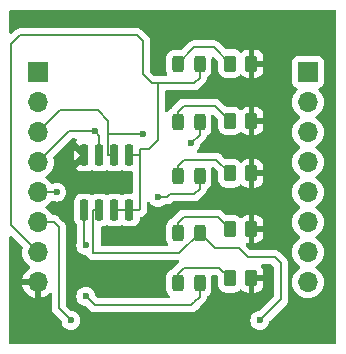
<source format=gtl>
%TF.GenerationSoftware,KiCad,Pcbnew,8.0.5*%
%TF.CreationDate,2024-10-04T14:56:02-07:00*%
%TF.ProjectId,TempSensorPCB,54656d70-5365-46e7-936f-725043422e6b,v01*%
%TF.SameCoordinates,Original*%
%TF.FileFunction,Copper,L1,Top*%
%TF.FilePolarity,Positive*%
%FSLAX46Y46*%
G04 Gerber Fmt 4.6, Leading zero omitted, Abs format (unit mm)*
G04 Created by KiCad (PCBNEW 8.0.5) date 2024-10-04 14:56:02*
%MOMM*%
%LPD*%
G01*
G04 APERTURE LIST*
G04 Aperture macros list*
%AMRoundRect*
0 Rectangle with rounded corners*
0 $1 Rounding radius*
0 $2 $3 $4 $5 $6 $7 $8 $9 X,Y pos of 4 corners*
0 Add a 4 corners polygon primitive as box body*
4,1,4,$2,$3,$4,$5,$6,$7,$8,$9,$2,$3,0*
0 Add four circle primitives for the rounded corners*
1,1,$1+$1,$2,$3*
1,1,$1+$1,$4,$5*
1,1,$1+$1,$6,$7*
1,1,$1+$1,$8,$9*
0 Add four rect primitives between the rounded corners*
20,1,$1+$1,$2,$3,$4,$5,0*
20,1,$1+$1,$4,$5,$6,$7,0*
20,1,$1+$1,$6,$7,$8,$9,0*
20,1,$1+$1,$8,$9,$2,$3,0*%
G04 Aperture macros list end*
%TA.AperFunction,SMDPad,CuDef*%
%ADD10RoundRect,0.243750X-0.243750X-0.456250X0.243750X-0.456250X0.243750X0.456250X-0.243750X0.456250X0*%
%TD*%
%TA.AperFunction,SMDPad,CuDef*%
%ADD11RoundRect,0.250000X-0.262500X-0.450000X0.262500X-0.450000X0.262500X0.450000X-0.262500X0.450000X0*%
%TD*%
%TA.AperFunction,ComponentPad*%
%ADD12R,1.700000X1.700000*%
%TD*%
%TA.AperFunction,ComponentPad*%
%ADD13O,1.700000X1.700000*%
%TD*%
%TA.AperFunction,SMDPad,CuDef*%
%ADD14RoundRect,0.180000X0.180000X0.710000X-0.180000X0.710000X-0.180000X-0.710000X0.180000X-0.710000X0*%
%TD*%
%TA.AperFunction,ViaPad*%
%ADD15C,0.600000*%
%TD*%
%TA.AperFunction,Conductor*%
%ADD16C,0.200000*%
%TD*%
G04 APERTURE END LIST*
D10*
X143236000Y-141195000D03*
X141361000Y-141195000D03*
X141361000Y-145988000D03*
X143236000Y-145988000D03*
D11*
X145796000Y-149860000D03*
X147621000Y-149860000D03*
D12*
X129540000Y-132397500D03*
D13*
X129540000Y-134937500D03*
X129540000Y-137477500D03*
X129540000Y-140017500D03*
X129540000Y-142557500D03*
X129540000Y-145097500D03*
X129540000Y-147637500D03*
X129540000Y-150177500D03*
D11*
X145796000Y-136525000D03*
X147621000Y-136525000D03*
X145796000Y-145673000D03*
X147621000Y-145673000D03*
D10*
X143236000Y-150265000D03*
X141361000Y-150265000D03*
D11*
X145796000Y-140970000D03*
X147621000Y-140970000D03*
D14*
X137287000Y-139392000D03*
X136017000Y-139392000D03*
X134747000Y-139392000D03*
X133477000Y-139392000D03*
X133477000Y-144072000D03*
X134747000Y-144072000D03*
X136017000Y-144072000D03*
X137287000Y-144072000D03*
D12*
X152400000Y-132397500D03*
D13*
X152400000Y-134937500D03*
X152400000Y-137477500D03*
X152400000Y-140017500D03*
X152400000Y-142557500D03*
X152400000Y-145097500D03*
X152400000Y-147637500D03*
X152400000Y-150177500D03*
D10*
X141361000Y-131715000D03*
X143236000Y-131715000D03*
X143236000Y-136660000D03*
X141361000Y-136660000D03*
D11*
X147621000Y-131670000D03*
X145796000Y-131670000D03*
D15*
X131127500Y-142557500D03*
X148336000Y-153416000D03*
X132334000Y-153416000D03*
X133604000Y-147066000D03*
X133604000Y-151384000D03*
X138430000Y-137668000D03*
X139700000Y-143002000D03*
X134366000Y-137414000D03*
X142494000Y-138430000D03*
D16*
X133477000Y-146939000D02*
X133477000Y-144072000D01*
X133604000Y-147066000D02*
X133477000Y-146939000D01*
X146558000Y-147320000D02*
X144568000Y-147320000D01*
X147320000Y-148082000D02*
X146558000Y-147320000D01*
X149606000Y-148082000D02*
X147320000Y-148082000D01*
X150114000Y-148590000D02*
X149606000Y-148082000D01*
X150114000Y-151638000D02*
X150114000Y-148590000D01*
X148336000Y-153416000D02*
X150114000Y-151638000D01*
X144568000Y-147320000D02*
X143236000Y-145988000D01*
X131318000Y-152400000D02*
X132334000Y-153416000D01*
X131318000Y-145542000D02*
X131318000Y-152400000D01*
X130873500Y-145097500D02*
X131318000Y-145542000D01*
X129540000Y-145097500D02*
X130873500Y-145097500D01*
X134366000Y-152146000D02*
X133604000Y-151384000D01*
X134620000Y-152146000D02*
X134366000Y-152146000D01*
X142748000Y-151892000D02*
X142494000Y-152146000D01*
X143236000Y-151404000D02*
X142748000Y-151892000D01*
X142494000Y-152146000D02*
X134620000Y-152146000D01*
X143236000Y-150265000D02*
X143236000Y-151404000D01*
X131127500Y-142557500D02*
X129540000Y-142557500D01*
X136017000Y-144072000D02*
X137287000Y-144072000D01*
X138122000Y-144072000D02*
X138176000Y-144018000D01*
X137287000Y-144072000D02*
X138122000Y-144072000D01*
X138176000Y-139446000D02*
X138176000Y-144018000D01*
X137287000Y-139392000D02*
X138122000Y-139392000D01*
X138176000Y-138938000D02*
X138176000Y-139446000D01*
X138122000Y-139392000D02*
X138176000Y-139446000D01*
X136017000Y-139392000D02*
X135509000Y-139392000D01*
X134239000Y-144072000D02*
X134747000Y-144072000D01*
X134747000Y-137795000D02*
X134747000Y-139392000D01*
X134366000Y-137414000D02*
X134747000Y-137795000D01*
X132143500Y-137414000D02*
X134366000Y-137414000D01*
X129540000Y-140017500D02*
X132143500Y-137414000D01*
X134239000Y-147701000D02*
X141523000Y-147701000D01*
X141523000Y-147701000D02*
X143236000Y-145988000D01*
X134239000Y-147701000D02*
X134239000Y-144072000D01*
X138430000Y-137668000D02*
X135509000Y-137668000D01*
X135509000Y-136525000D02*
X135509000Y-137668000D01*
X135509000Y-137668000D02*
X135509000Y-139392000D01*
X140462000Y-143002000D02*
X140716000Y-142748000D01*
X139700000Y-143002000D02*
X140462000Y-143002000D01*
X142748000Y-142748000D02*
X140716000Y-142748000D01*
X143236000Y-142260000D02*
X142748000Y-142748000D01*
X143236000Y-141195000D02*
X143236000Y-142260000D01*
X134620000Y-135636000D02*
X135509000Y-136525000D01*
X131381500Y-135636000D02*
X134620000Y-135636000D01*
X129540000Y-137477500D02*
X131381500Y-135636000D01*
X143236000Y-137688000D02*
X142494000Y-138430000D01*
X143236000Y-136660000D02*
X143236000Y-137688000D01*
X138938000Y-138938000D02*
X138176000Y-138938000D01*
X139700000Y-138176000D02*
X138938000Y-138938000D01*
X139700000Y-133350000D02*
X139700000Y-138176000D01*
X139700000Y-133350000D02*
X142748000Y-133350000D01*
X139192000Y-133350000D02*
X139700000Y-133350000D01*
X143236000Y-132862000D02*
X143236000Y-131715000D01*
X142748000Y-133350000D02*
X143236000Y-132862000D01*
X138430000Y-132588000D02*
X139192000Y-133350000D01*
X128016000Y-129286000D02*
X137922000Y-129286000D01*
X127254000Y-130048000D02*
X128016000Y-129286000D01*
X127254000Y-145351500D02*
X127254000Y-130048000D01*
X138430000Y-129794000D02*
X138430000Y-132588000D01*
X129540000Y-147637500D02*
X127254000Y-145351500D01*
X137922000Y-129286000D02*
X138430000Y-129794000D01*
X142774000Y-130302000D02*
X144428000Y-130302000D01*
X141361000Y-131715000D02*
X142774000Y-130302000D01*
X144428000Y-130302000D02*
X145796000Y-131670000D01*
X144526000Y-135255000D02*
X145796000Y-136525000D01*
X141882500Y-135255000D02*
X144526000Y-135255000D01*
X141361000Y-136660000D02*
X141361000Y-135776500D01*
X141361000Y-135776500D02*
X141882500Y-135255000D01*
X144653000Y-139827000D02*
X145796000Y-140970000D01*
X141882500Y-139827000D02*
X144653000Y-139827000D01*
X141361000Y-140348500D02*
X141882500Y-139827000D01*
X141361000Y-141195000D02*
X141361000Y-140348500D01*
X144776000Y-144653000D02*
X145796000Y-145673000D01*
X141361000Y-145174500D02*
X141882500Y-144653000D01*
X141361000Y-145988000D02*
X141361000Y-145174500D01*
X141882500Y-144653000D02*
X144776000Y-144653000D01*
X144907000Y-148971000D02*
X145796000Y-149860000D01*
X141882500Y-148971000D02*
X144907000Y-148971000D01*
X141361000Y-149492500D02*
X141882500Y-148971000D01*
X141361000Y-150265000D02*
X141361000Y-149492500D01*
X145796000Y-136120500D02*
X145796000Y-136525000D01*
X143236000Y-135933500D02*
X143236000Y-136660000D01*
X147621000Y-137136500D02*
X147621000Y-136525000D01*
X145796000Y-140970000D02*
X145796000Y-140993500D01*
X145796000Y-136929500D02*
X145796000Y-136525000D01*
X129794000Y-137414000D02*
X129794000Y-137477232D01*
X129730500Y-137477500D02*
X129794000Y-137414000D01*
X129540000Y-137477500D02*
X129730500Y-137477500D01*
X129794000Y-137477232D02*
X130238768Y-137922000D01*
X143236000Y-137457500D02*
X143236000Y-136660000D01*
%TA.AperFunction,Conductor*%
G36*
X154755539Y-127147185D02*
G01*
X154801294Y-127199989D01*
X154812500Y-127251500D01*
X154812500Y-155323500D01*
X154792815Y-155390539D01*
X154740011Y-155436294D01*
X154688500Y-155447500D01*
X127251500Y-155447500D01*
X127184461Y-155427815D01*
X127138706Y-155375011D01*
X127127500Y-155323500D01*
X127127500Y-146373597D01*
X127147185Y-146306558D01*
X127199989Y-146260803D01*
X127269147Y-146250859D01*
X127332703Y-146279884D01*
X127339181Y-146285916D01*
X128207233Y-147153968D01*
X128240718Y-147215291D01*
X128239327Y-147273741D01*
X128204939Y-147402083D01*
X128204936Y-147402096D01*
X128184341Y-147637499D01*
X128184341Y-147637500D01*
X128204936Y-147872903D01*
X128204938Y-147872913D01*
X128266094Y-148101155D01*
X128266096Y-148101159D01*
X128266097Y-148101163D01*
X128359516Y-148301500D01*
X128365965Y-148315330D01*
X128365967Y-148315334D01*
X128474281Y-148470021D01*
X128488606Y-148490480D01*
X128501501Y-148508895D01*
X128501506Y-148508902D01*
X128668597Y-148675993D01*
X128668603Y-148675998D01*
X128854594Y-148806230D01*
X128898219Y-148860807D01*
X128905413Y-148930305D01*
X128873890Y-148992660D01*
X128854595Y-149009380D01*
X128668922Y-149139390D01*
X128668920Y-149139391D01*
X128501891Y-149306420D01*
X128501886Y-149306426D01*
X128366400Y-149499920D01*
X128366399Y-149499922D01*
X128266570Y-149714007D01*
X128266567Y-149714013D01*
X128209364Y-149927499D01*
X128209364Y-149927500D01*
X129106988Y-149927500D01*
X129074075Y-149984507D01*
X129040000Y-150111674D01*
X129040000Y-150243326D01*
X129074075Y-150370493D01*
X129106988Y-150427500D01*
X128209364Y-150427500D01*
X128266567Y-150640986D01*
X128266570Y-150640992D01*
X128366399Y-150855078D01*
X128501893Y-151048581D01*
X128668917Y-151215605D01*
X128862421Y-151351100D01*
X129076507Y-151450929D01*
X129076516Y-151450933D01*
X129290000Y-151508134D01*
X129290000Y-150610512D01*
X129347007Y-150643425D01*
X129474174Y-150677500D01*
X129605826Y-150677500D01*
X129732993Y-150643425D01*
X129790000Y-150610512D01*
X129790000Y-151508133D01*
X130003483Y-151450933D01*
X130003492Y-151450929D01*
X130217578Y-151351100D01*
X130411082Y-151215605D01*
X130505819Y-151120869D01*
X130567142Y-151087384D01*
X130636834Y-151092368D01*
X130692767Y-151134240D01*
X130717184Y-151199704D01*
X130717500Y-151208550D01*
X130717500Y-152313330D01*
X130717499Y-152313348D01*
X130717499Y-152479054D01*
X130717498Y-152479054D01*
X130758423Y-152631785D01*
X130787358Y-152681900D01*
X130787359Y-152681904D01*
X130787360Y-152681904D01*
X130824654Y-152746501D01*
X130837479Y-152768714D01*
X130837481Y-152768717D01*
X130956349Y-152887585D01*
X130956355Y-152887590D01*
X131503298Y-153434533D01*
X131536783Y-153495856D01*
X131538837Y-153508330D01*
X131548630Y-153595249D01*
X131608210Y-153765521D01*
X131704184Y-153918262D01*
X131831738Y-154045816D01*
X131984478Y-154141789D01*
X132154745Y-154201368D01*
X132154750Y-154201369D01*
X132333996Y-154221565D01*
X132334000Y-154221565D01*
X132334004Y-154221565D01*
X132513249Y-154201369D01*
X132513252Y-154201368D01*
X132513255Y-154201368D01*
X132683522Y-154141789D01*
X132836262Y-154045816D01*
X132963816Y-153918262D01*
X133059789Y-153765522D01*
X133119368Y-153595255D01*
X133129162Y-153508330D01*
X133139565Y-153416003D01*
X133139565Y-153415996D01*
X133119369Y-153236750D01*
X133119368Y-153236745D01*
X133059788Y-153066476D01*
X132963815Y-152913737D01*
X132836262Y-152786184D01*
X132683521Y-152690210D01*
X132513249Y-152630630D01*
X132426330Y-152620837D01*
X132361916Y-152593770D01*
X132352533Y-152585298D01*
X131954819Y-152187584D01*
X131921334Y-152126261D01*
X131918500Y-152099903D01*
X131918500Y-145631059D01*
X131918501Y-145631046D01*
X131918501Y-145462945D01*
X131918501Y-145462943D01*
X131877577Y-145310215D01*
X131863737Y-145286244D01*
X131844832Y-145253499D01*
X131844832Y-145253498D01*
X131798524Y-145173290D01*
X131798521Y-145173286D01*
X131798520Y-145173284D01*
X131686716Y-145061480D01*
X131686715Y-145061479D01*
X131682385Y-145057149D01*
X131682374Y-145057139D01*
X131361090Y-144735855D01*
X131361088Y-144735852D01*
X131242217Y-144616981D01*
X131242216Y-144616980D01*
X131130568Y-144552520D01*
X131130568Y-144552519D01*
X131130563Y-144552518D01*
X131121742Y-144547424D01*
X131105286Y-144537923D01*
X131067103Y-144527692D01*
X130952557Y-144496999D01*
X130829090Y-144496999D01*
X130762051Y-144477314D01*
X130716708Y-144425403D01*
X130714037Y-144419676D01*
X130714034Y-144419670D01*
X130714033Y-144419669D01*
X130624188Y-144291355D01*
X130578494Y-144226097D01*
X130411401Y-144059005D01*
X130411396Y-144059001D01*
X130225842Y-143929075D01*
X130182217Y-143874498D01*
X130175023Y-143805000D01*
X130206546Y-143742645D01*
X130225842Y-143725925D01*
X130360243Y-143631816D01*
X130411401Y-143595995D01*
X130578495Y-143428901D01*
X130645771Y-143332819D01*
X130700347Y-143289195D01*
X130769846Y-143282001D01*
X130788301Y-143286902D01*
X130948237Y-143342866D01*
X130948243Y-143342867D01*
X130948245Y-143342868D01*
X130948246Y-143342868D01*
X130948250Y-143342869D01*
X131127496Y-143363065D01*
X131127500Y-143363065D01*
X131127504Y-143363065D01*
X131306749Y-143342869D01*
X131306752Y-143342868D01*
X131306755Y-143342868D01*
X131477022Y-143283289D01*
X131629762Y-143187316D01*
X131757316Y-143059762D01*
X131853289Y-142907022D01*
X131912868Y-142736755D01*
X131925042Y-142628712D01*
X131933065Y-142557500D01*
X131933065Y-142557496D01*
X131912869Y-142378250D01*
X131912868Y-142378245D01*
X131874110Y-142267481D01*
X131853289Y-142207978D01*
X131757316Y-142055238D01*
X131629762Y-141927684D01*
X131567651Y-141888657D01*
X131477023Y-141831711D01*
X131306754Y-141772131D01*
X131306749Y-141772130D01*
X131127504Y-141751935D01*
X131127496Y-141751935D01*
X130948250Y-141772130D01*
X130948237Y-141772133D01*
X130788301Y-141828098D01*
X130718522Y-141831660D01*
X130657895Y-141796932D01*
X130645771Y-141782180D01*
X130638735Y-141772132D01*
X130578495Y-141686099D01*
X130578493Y-141686096D01*
X130411402Y-141519006D01*
X130411396Y-141519001D01*
X130225842Y-141389075D01*
X130182217Y-141334498D01*
X130175023Y-141265000D01*
X130206546Y-141202645D01*
X130225842Y-141185925D01*
X130248026Y-141170391D01*
X130411401Y-141055995D01*
X130578495Y-140888901D01*
X130714035Y-140695330D01*
X130813903Y-140481163D01*
X130875063Y-140252908D01*
X130895659Y-140017500D01*
X130885243Y-139898447D01*
X132617000Y-139898447D01*
X133123447Y-139392000D01*
X133123447Y-139391999D01*
X132617000Y-138885552D01*
X132617000Y-139898447D01*
X130885243Y-139898447D01*
X130875063Y-139782092D01*
X130840671Y-139653739D01*
X130842334Y-139583893D01*
X130872763Y-139533970D01*
X132355916Y-138050819D01*
X132417239Y-138017334D01*
X132443597Y-138014500D01*
X132703473Y-138014500D01*
X132770512Y-138034185D01*
X132816267Y-138086989D01*
X132826211Y-138156147D01*
X132797186Y-138219703D01*
X132791154Y-138226181D01*
X132757786Y-138259548D01*
X132757779Y-138259557D01*
X132735297Y-138296744D01*
X132735297Y-138296745D01*
X133477000Y-139038447D01*
X133742871Y-139304318D01*
X133776356Y-139365641D01*
X133771372Y-139435333D01*
X133742871Y-139479680D01*
X132735297Y-140487253D01*
X132757782Y-140524447D01*
X132874555Y-140641219D01*
X133015868Y-140726645D01*
X133015876Y-140726648D01*
X133173525Y-140775773D01*
X133173524Y-140775773D01*
X133242045Y-140782000D01*
X133711955Y-140782000D01*
X133780475Y-140775773D01*
X133938123Y-140726648D01*
X133938127Y-140726646D01*
X134047366Y-140660610D01*
X134114921Y-140642774D01*
X134175663Y-140660609D01*
X134285663Y-140727106D01*
X134443436Y-140776269D01*
X134512002Y-140782500D01*
X134512005Y-140782500D01*
X134981995Y-140782500D01*
X134981998Y-140782500D01*
X135050564Y-140776269D01*
X135208337Y-140727106D01*
X135317850Y-140660902D01*
X135385405Y-140643067D01*
X135446149Y-140660902D01*
X135555663Y-140727106D01*
X135713436Y-140776269D01*
X135782002Y-140782500D01*
X135782005Y-140782500D01*
X136251995Y-140782500D01*
X136251998Y-140782500D01*
X136320564Y-140776269D01*
X136478337Y-140727106D01*
X136587850Y-140660902D01*
X136655405Y-140643067D01*
X136716149Y-140660902D01*
X136825663Y-140727106D01*
X136983436Y-140776269D01*
X137052002Y-140782500D01*
X137052005Y-140782500D01*
X137451500Y-140782500D01*
X137518539Y-140802185D01*
X137564294Y-140854989D01*
X137575500Y-140906500D01*
X137575500Y-142557500D01*
X137555815Y-142624539D01*
X137503011Y-142670294D01*
X137451500Y-142681500D01*
X137052002Y-142681500D01*
X136983436Y-142687731D01*
X136930845Y-142704118D01*
X136825661Y-142736894D01*
X136716149Y-142803096D01*
X136648594Y-142820932D01*
X136587851Y-142803096D01*
X136478338Y-142736894D01*
X136425746Y-142720506D01*
X136320564Y-142687731D01*
X136251998Y-142681500D01*
X135782002Y-142681500D01*
X135713436Y-142687731D01*
X135660845Y-142704118D01*
X135555661Y-142736894D01*
X135446149Y-142803096D01*
X135378594Y-142820932D01*
X135317851Y-142803096D01*
X135208338Y-142736894D01*
X135155746Y-142720506D01*
X135050564Y-142687731D01*
X134981998Y-142681500D01*
X134512002Y-142681500D01*
X134443436Y-142687731D01*
X134390845Y-142704118D01*
X134285661Y-142736894D01*
X134176149Y-142803096D01*
X134108594Y-142820932D01*
X134047851Y-142803096D01*
X133938338Y-142736894D01*
X133885746Y-142720506D01*
X133780564Y-142687731D01*
X133711998Y-142681500D01*
X133242002Y-142681500D01*
X133173436Y-142687731D01*
X133120845Y-142704118D01*
X133015661Y-142736894D01*
X132874245Y-142822382D01*
X132874240Y-142822386D01*
X132757386Y-142939240D01*
X132757382Y-142939245D01*
X132671894Y-143080661D01*
X132640549Y-143181255D01*
X132622731Y-143238436D01*
X132616500Y-143307002D01*
X132616500Y-144836998D01*
X132622731Y-144905564D01*
X132634699Y-144943971D01*
X132671894Y-145063338D01*
X132757382Y-145204754D01*
X132757386Y-145204759D01*
X132840181Y-145287554D01*
X132873666Y-145348877D01*
X132876500Y-145375235D01*
X132876500Y-146700297D01*
X132869542Y-146741251D01*
X132818632Y-146886742D01*
X132818630Y-146886750D01*
X132798435Y-147065996D01*
X132798435Y-147066003D01*
X132818630Y-147245249D01*
X132818631Y-147245254D01*
X132878211Y-147415523D01*
X132945381Y-147522423D01*
X132974184Y-147568262D01*
X133101738Y-147695816D01*
X133254478Y-147791789D01*
X133424745Y-147851368D01*
X133424750Y-147851369D01*
X133584661Y-147869386D01*
X133649075Y-147896452D01*
X133678165Y-147930606D01*
X133758477Y-148069712D01*
X133758478Y-148069713D01*
X133758480Y-148069716D01*
X133870284Y-148181520D01*
X133870286Y-148181521D01*
X133870290Y-148181524D01*
X134007209Y-148260573D01*
X134007216Y-148260577D01*
X134159943Y-148301500D01*
X134318057Y-148301500D01*
X141403402Y-148301500D01*
X141470441Y-148321185D01*
X141516196Y-148373989D01*
X141526140Y-148443147D01*
X141497115Y-148506703D01*
X141491083Y-148513181D01*
X140992286Y-149011978D01*
X140992282Y-149011980D01*
X140992283Y-149011981D01*
X140932102Y-149072160D01*
X140883427Y-149102183D01*
X140800572Y-149129639D01*
X140800571Y-149129639D01*
X140652500Y-149220971D01*
X140652496Y-149220974D01*
X140529474Y-149343996D01*
X140529471Y-149344000D01*
X140438142Y-149492066D01*
X140438137Y-149492077D01*
X140383413Y-149657223D01*
X140373000Y-149759144D01*
X140373000Y-150770855D01*
X140383413Y-150872776D01*
X140438137Y-151037922D01*
X140438142Y-151037933D01*
X140529471Y-151185999D01*
X140529474Y-151186003D01*
X140652496Y-151309025D01*
X140652500Y-151309028D01*
X140663741Y-151315962D01*
X140710466Y-151367910D01*
X140721687Y-151436873D01*
X140693844Y-151500954D01*
X140635775Y-151539810D01*
X140598644Y-151545500D01*
X134666098Y-151545500D01*
X134599059Y-151525815D01*
X134578421Y-151509185D01*
X134434698Y-151365463D01*
X134401215Y-151304143D01*
X134399163Y-151291686D01*
X134389368Y-151204745D01*
X134329789Y-151034478D01*
X134233816Y-150881738D01*
X134106262Y-150754184D01*
X133953523Y-150658211D01*
X133783254Y-150598631D01*
X133783249Y-150598630D01*
X133604004Y-150578435D01*
X133603996Y-150578435D01*
X133424750Y-150598630D01*
X133424745Y-150598631D01*
X133254476Y-150658211D01*
X133101737Y-150754184D01*
X132974184Y-150881737D01*
X132878211Y-151034476D01*
X132818631Y-151204745D01*
X132818630Y-151204750D01*
X132798435Y-151383996D01*
X132798435Y-151384003D01*
X132818630Y-151563249D01*
X132818631Y-151563254D01*
X132878211Y-151733523D01*
X132963830Y-151869784D01*
X132974184Y-151886262D01*
X133101738Y-152013816D01*
X133254478Y-152109789D01*
X133424745Y-152169368D01*
X133511669Y-152179161D01*
X133576080Y-152206226D01*
X133585464Y-152214699D01*
X133997284Y-152626520D01*
X133997286Y-152626521D01*
X133997290Y-152626524D01*
X134107599Y-152690210D01*
X134134216Y-152705577D01*
X134286943Y-152746501D01*
X134286945Y-152746501D01*
X134452654Y-152746501D01*
X134452670Y-152746500D01*
X134540943Y-152746500D01*
X142407331Y-152746500D01*
X142407347Y-152746501D01*
X142414943Y-152746501D01*
X142573054Y-152746501D01*
X142573057Y-152746501D01*
X142725785Y-152705577D01*
X142775904Y-152676639D01*
X142862716Y-152626520D01*
X142974520Y-152514716D01*
X142974521Y-152514713D01*
X143228519Y-152260716D01*
X143594506Y-151894727D01*
X143594511Y-151894724D01*
X143604714Y-151884520D01*
X143604716Y-151884520D01*
X143716520Y-151772716D01*
X143778432Y-151665480D01*
X143795577Y-151635785D01*
X143836500Y-151483058D01*
X143836500Y-151444849D01*
X143856185Y-151377810D01*
X143895402Y-151339311D01*
X143944503Y-151309026D01*
X144067526Y-151186003D01*
X144158862Y-151037925D01*
X144213587Y-150872775D01*
X144224000Y-150770848D01*
X144224000Y-149759152D01*
X144222820Y-149747597D01*
X144218785Y-149708102D01*
X144231554Y-149639409D01*
X144279435Y-149588525D01*
X144342143Y-149571500D01*
X144606903Y-149571500D01*
X144673942Y-149591185D01*
X144694584Y-149607819D01*
X144746681Y-149659916D01*
X144780166Y-149721239D01*
X144783000Y-149747597D01*
X144783000Y-150360001D01*
X144783001Y-150360019D01*
X144793500Y-150462796D01*
X144793501Y-150462799D01*
X144848685Y-150629331D01*
X144848687Y-150629336D01*
X144855977Y-150641155D01*
X144940788Y-150778656D01*
X145064844Y-150902712D01*
X145214166Y-150994814D01*
X145380703Y-151049999D01*
X145483491Y-151060500D01*
X146108508Y-151060499D01*
X146108516Y-151060498D01*
X146108519Y-151060498D01*
X146164802Y-151054748D01*
X146211297Y-151049999D01*
X146377834Y-150994814D01*
X146527156Y-150902712D01*
X146621175Y-150808692D01*
X146682494Y-150775210D01*
X146752186Y-150780194D01*
X146796534Y-150808695D01*
X146890154Y-150902315D01*
X147039375Y-150994356D01*
X147039380Y-150994358D01*
X147205802Y-151049505D01*
X147205809Y-151049506D01*
X147308519Y-151059999D01*
X147871000Y-151059999D01*
X147933472Y-151059999D01*
X147933486Y-151059998D01*
X148036197Y-151049505D01*
X148202619Y-150994358D01*
X148202624Y-150994356D01*
X148351845Y-150902315D01*
X148475815Y-150778345D01*
X148567856Y-150629124D01*
X148567858Y-150629119D01*
X148623005Y-150462697D01*
X148623006Y-150462690D01*
X148633499Y-150359986D01*
X148633500Y-150359973D01*
X148633500Y-150110000D01*
X147871000Y-150110000D01*
X147871000Y-151059999D01*
X147308519Y-151059999D01*
X147370999Y-151059998D01*
X147371000Y-151059998D01*
X147371000Y-149734000D01*
X147390685Y-149666961D01*
X147443489Y-149621206D01*
X147495000Y-149610000D01*
X148633499Y-149610000D01*
X148633499Y-149360028D01*
X148633498Y-149360013D01*
X148623005Y-149257302D01*
X148567858Y-149090880D01*
X148567856Y-149090875D01*
X148475815Y-148941654D01*
X148428342Y-148894181D01*
X148394857Y-148832858D01*
X148399841Y-148763166D01*
X148441713Y-148707233D01*
X148507177Y-148682816D01*
X148516023Y-148682500D01*
X149305903Y-148682500D01*
X149372942Y-148702185D01*
X149393584Y-148718819D01*
X149477181Y-148802416D01*
X149510666Y-148863739D01*
X149513500Y-148890097D01*
X149513500Y-151337902D01*
X149493815Y-151404941D01*
X149477181Y-151425583D01*
X148317465Y-152585298D01*
X148256142Y-152618783D01*
X148243668Y-152620837D01*
X148156750Y-152630630D01*
X147986478Y-152690210D01*
X147833737Y-152786184D01*
X147706184Y-152913737D01*
X147610211Y-153066476D01*
X147550631Y-153236745D01*
X147550630Y-153236750D01*
X147530435Y-153415996D01*
X147530435Y-153416003D01*
X147550630Y-153595249D01*
X147550631Y-153595254D01*
X147610211Y-153765523D01*
X147706184Y-153918262D01*
X147833738Y-154045816D01*
X147986478Y-154141789D01*
X148156745Y-154201368D01*
X148156750Y-154201369D01*
X148335996Y-154221565D01*
X148336000Y-154221565D01*
X148336004Y-154221565D01*
X148515249Y-154201369D01*
X148515252Y-154201368D01*
X148515255Y-154201368D01*
X148685522Y-154141789D01*
X148838262Y-154045816D01*
X148965816Y-153918262D01*
X149061789Y-153765522D01*
X149121368Y-153595255D01*
X149131161Y-153508329D01*
X149158226Y-153443918D01*
X149166690Y-153434543D01*
X150594520Y-152006716D01*
X150673577Y-151869784D01*
X150714501Y-151717057D01*
X150714501Y-151558942D01*
X150714501Y-151551347D01*
X150714500Y-151551329D01*
X150714500Y-148510945D01*
X150714500Y-148510943D01*
X150673577Y-148358216D01*
X150669304Y-148350815D01*
X150594524Y-148221290D01*
X150594521Y-148221286D01*
X150594520Y-148221284D01*
X150482716Y-148109480D01*
X150482715Y-148109479D01*
X150478385Y-148105149D01*
X150478374Y-148105139D01*
X150093590Y-147720355D01*
X150093588Y-147720352D01*
X149974717Y-147601481D01*
X149974712Y-147601477D01*
X149867363Y-147539500D01*
X149867361Y-147539499D01*
X149837787Y-147522424D01*
X149837786Y-147522423D01*
X149837785Y-147522423D01*
X149685057Y-147481499D01*
X149526943Y-147481499D01*
X149519347Y-147481499D01*
X149519331Y-147481500D01*
X147620098Y-147481500D01*
X147553059Y-147461815D01*
X147532417Y-147445181D01*
X147360977Y-147273741D01*
X147167067Y-147079832D01*
X147133583Y-147018510D01*
X147138567Y-146948819D01*
X147180438Y-146892885D01*
X147245903Y-146868468D01*
X147267352Y-146868794D01*
X147308519Y-146872999D01*
X147871000Y-146872999D01*
X147933472Y-146872999D01*
X147933486Y-146872998D01*
X148036197Y-146862505D01*
X148202619Y-146807358D01*
X148202624Y-146807356D01*
X148351845Y-146715315D01*
X148475815Y-146591345D01*
X148567856Y-146442124D01*
X148567858Y-146442119D01*
X148623005Y-146275697D01*
X148623006Y-146275690D01*
X148633499Y-146172986D01*
X148633500Y-146172973D01*
X148633500Y-145923000D01*
X147871000Y-145923000D01*
X147871000Y-146872999D01*
X147308519Y-146872999D01*
X147370999Y-146872998D01*
X147371000Y-146872998D01*
X147371000Y-145423000D01*
X147871000Y-145423000D01*
X148633499Y-145423000D01*
X148633499Y-145173028D01*
X148633498Y-145173013D01*
X148623005Y-145070302D01*
X148567858Y-144903880D01*
X148567856Y-144903875D01*
X148475815Y-144754654D01*
X148351845Y-144630684D01*
X148202624Y-144538643D01*
X148202619Y-144538641D01*
X148036197Y-144483494D01*
X148036190Y-144483493D01*
X147933486Y-144473000D01*
X147871000Y-144473000D01*
X147871000Y-145423000D01*
X147371000Y-145423000D01*
X147371000Y-144473000D01*
X147370999Y-144472999D01*
X147308528Y-144473000D01*
X147308511Y-144473001D01*
X147205802Y-144483494D01*
X147039380Y-144538641D01*
X147039375Y-144538643D01*
X146890157Y-144630682D01*
X146796534Y-144724305D01*
X146735210Y-144757789D01*
X146665519Y-144752805D01*
X146621172Y-144724304D01*
X146527157Y-144630289D01*
X146527156Y-144630288D01*
X146377834Y-144538186D01*
X146211297Y-144483001D01*
X146211295Y-144483000D01*
X146108516Y-144472500D01*
X145496097Y-144472500D01*
X145429058Y-144452815D01*
X145408416Y-144436181D01*
X145263590Y-144291355D01*
X145263588Y-144291352D01*
X145144717Y-144172481D01*
X145144716Y-144172480D01*
X145057904Y-144122360D01*
X145057904Y-144122359D01*
X145057900Y-144122358D01*
X145007785Y-144093423D01*
X144855057Y-144052499D01*
X144696943Y-144052499D01*
X144689347Y-144052499D01*
X144689331Y-144052500D01*
X141961557Y-144052500D01*
X141803442Y-144052500D01*
X141779166Y-144059005D01*
X141736349Y-144070477D01*
X141650714Y-144093423D01*
X141650709Y-144093426D01*
X141513790Y-144172475D01*
X141513782Y-144172481D01*
X140874734Y-144811530D01*
X140873101Y-144809897D01*
X140826260Y-144844085D01*
X140823345Y-144845092D01*
X140800576Y-144852637D01*
X140800565Y-144852642D01*
X140652500Y-144943971D01*
X140652496Y-144943974D01*
X140529474Y-145066996D01*
X140529471Y-145067000D01*
X140438142Y-145215066D01*
X140438137Y-145215077D01*
X140383413Y-145380223D01*
X140373000Y-145482144D01*
X140373000Y-146493855D01*
X140383413Y-146595776D01*
X140438137Y-146760922D01*
X140438142Y-146760933D01*
X140530954Y-146911403D01*
X140549395Y-146978795D01*
X140528473Y-147045459D01*
X140474831Y-147090228D01*
X140425416Y-147100500D01*
X134963500Y-147100500D01*
X134896461Y-147080815D01*
X134850706Y-147028011D01*
X134839500Y-146976500D01*
X134839500Y-145586500D01*
X134859185Y-145519461D01*
X134911989Y-145473706D01*
X134963500Y-145462500D01*
X134981995Y-145462500D01*
X134981998Y-145462500D01*
X135050564Y-145456269D01*
X135208337Y-145407106D01*
X135317850Y-145340902D01*
X135385405Y-145323067D01*
X135446149Y-145340902D01*
X135555663Y-145407106D01*
X135713436Y-145456269D01*
X135782002Y-145462500D01*
X135782005Y-145462500D01*
X136251995Y-145462500D01*
X136251998Y-145462500D01*
X136320564Y-145456269D01*
X136478337Y-145407106D01*
X136587850Y-145340902D01*
X136655405Y-145323067D01*
X136716149Y-145340902D01*
X136825663Y-145407106D01*
X136983436Y-145456269D01*
X137052002Y-145462500D01*
X137052005Y-145462500D01*
X137521995Y-145462500D01*
X137521998Y-145462500D01*
X137590564Y-145456269D01*
X137748337Y-145407106D01*
X137844660Y-145348877D01*
X137889754Y-145321617D01*
X137889755Y-145321615D01*
X137889760Y-145321613D01*
X138006613Y-145204760D01*
X138025818Y-145172992D01*
X138048103Y-145136125D01*
X138092106Y-145063337D01*
X138141269Y-144905564D01*
X138147500Y-144836998D01*
X138147500Y-144781999D01*
X138167185Y-144714960D01*
X138219989Y-144669205D01*
X138239396Y-144662227D01*
X138353785Y-144631577D01*
X138403904Y-144602639D01*
X138490716Y-144552520D01*
X138602520Y-144440716D01*
X138656520Y-144386716D01*
X138735577Y-144249784D01*
X138776501Y-144097057D01*
X138776501Y-143938942D01*
X138776501Y-143931347D01*
X138776500Y-143931329D01*
X138776500Y-143467280D01*
X138796185Y-143400241D01*
X138848989Y-143354486D01*
X138918147Y-143344542D01*
X138981703Y-143373567D01*
X139005492Y-143401306D01*
X139070184Y-143504262D01*
X139197738Y-143631816D01*
X139350478Y-143727789D01*
X139501123Y-143780502D01*
X139520745Y-143787368D01*
X139520750Y-143787369D01*
X139699996Y-143807565D01*
X139700000Y-143807565D01*
X139700004Y-143807565D01*
X139879249Y-143787369D01*
X139879252Y-143787368D01*
X139879255Y-143787368D01*
X140049522Y-143727789D01*
X140202262Y-143631816D01*
X140202267Y-143631810D01*
X140205097Y-143629555D01*
X140207275Y-143628665D01*
X140208158Y-143628111D01*
X140208255Y-143628265D01*
X140269783Y-143603145D01*
X140282412Y-143602500D01*
X140375331Y-143602500D01*
X140375347Y-143602501D01*
X140382943Y-143602501D01*
X140541054Y-143602501D01*
X140541057Y-143602501D01*
X140693785Y-143561577D01*
X140743904Y-143532639D01*
X140830716Y-143482520D01*
X140928418Y-143384817D01*
X140989739Y-143351334D01*
X141016098Y-143348500D01*
X142661331Y-143348500D01*
X142661347Y-143348501D01*
X142668943Y-143348501D01*
X142827054Y-143348501D01*
X142827057Y-143348501D01*
X142979785Y-143307577D01*
X143029904Y-143278639D01*
X143116716Y-143228520D01*
X143228520Y-143116716D01*
X143228520Y-143116714D01*
X143238728Y-143106507D01*
X143238730Y-143106504D01*
X143594506Y-142750728D01*
X143594511Y-142750724D01*
X143604714Y-142740520D01*
X143604716Y-142740520D01*
X143716520Y-142628716D01*
X143778432Y-142521480D01*
X143795577Y-142491785D01*
X143834477Y-142346607D01*
X143870840Y-142286951D01*
X143889149Y-142273168D01*
X143944503Y-142239026D01*
X144067526Y-142116003D01*
X144158862Y-141967925D01*
X144213587Y-141802775D01*
X144224000Y-141700848D01*
X144224000Y-140689152D01*
X144213587Y-140587225D01*
X144213586Y-140587223D01*
X144213586Y-140587218D01*
X144212170Y-140580602D01*
X144214316Y-140580142D01*
X144212274Y-140520671D01*
X144248008Y-140460630D01*
X144310529Y-140429440D01*
X144332380Y-140427500D01*
X144352903Y-140427500D01*
X144419942Y-140447185D01*
X144440584Y-140463819D01*
X144746681Y-140769916D01*
X144780166Y-140831239D01*
X144783000Y-140857597D01*
X144783000Y-141470001D01*
X144783001Y-141470019D01*
X144793500Y-141572796D01*
X144793501Y-141572799D01*
X144835931Y-141700842D01*
X144848686Y-141739334D01*
X144940788Y-141888656D01*
X145064844Y-142012712D01*
X145214166Y-142104814D01*
X145380703Y-142159999D01*
X145483491Y-142170500D01*
X146108508Y-142170499D01*
X146108516Y-142170498D01*
X146108519Y-142170498D01*
X146164802Y-142164748D01*
X146211297Y-142159999D01*
X146377834Y-142104814D01*
X146527156Y-142012712D01*
X146621175Y-141918692D01*
X146682494Y-141885210D01*
X146752186Y-141890194D01*
X146796534Y-141918695D01*
X146890154Y-142012315D01*
X147039375Y-142104356D01*
X147039380Y-142104358D01*
X147205802Y-142159505D01*
X147205809Y-142159506D01*
X147308519Y-142169999D01*
X147871000Y-142169999D01*
X147933472Y-142169999D01*
X147933486Y-142169998D01*
X148036197Y-142159505D01*
X148202619Y-142104358D01*
X148202624Y-142104356D01*
X148351845Y-142012315D01*
X148475815Y-141888345D01*
X148567856Y-141739124D01*
X148567858Y-141739119D01*
X148623005Y-141572697D01*
X148623006Y-141572690D01*
X148633499Y-141469986D01*
X148633500Y-141469973D01*
X148633500Y-141220000D01*
X147871000Y-141220000D01*
X147871000Y-142169999D01*
X147308519Y-142169999D01*
X147370999Y-142169998D01*
X147371000Y-142169998D01*
X147371000Y-140720000D01*
X147871000Y-140720000D01*
X148633499Y-140720000D01*
X148633499Y-140470028D01*
X148633498Y-140470013D01*
X148623005Y-140367302D01*
X148567858Y-140200880D01*
X148567856Y-140200875D01*
X148475815Y-140051654D01*
X148351845Y-139927684D01*
X148202624Y-139835643D01*
X148202619Y-139835641D01*
X148036197Y-139780494D01*
X148036190Y-139780493D01*
X147933486Y-139770000D01*
X147871000Y-139770000D01*
X147871000Y-140720000D01*
X147371000Y-140720000D01*
X147371000Y-139770000D01*
X147370999Y-139769999D01*
X147308528Y-139770000D01*
X147308511Y-139770001D01*
X147205802Y-139780494D01*
X147039380Y-139835641D01*
X147039375Y-139835643D01*
X146890157Y-139927682D01*
X146796534Y-140021305D01*
X146735210Y-140054789D01*
X146665519Y-140049805D01*
X146621172Y-140021304D01*
X146527157Y-139927289D01*
X146527156Y-139927288D01*
X146377834Y-139835186D01*
X146211297Y-139780001D01*
X146211295Y-139780000D01*
X146108516Y-139769500D01*
X145496097Y-139769500D01*
X145429058Y-139749815D01*
X145408416Y-139733181D01*
X145140590Y-139465355D01*
X145140588Y-139465352D01*
X145021717Y-139346481D01*
X145021716Y-139346480D01*
X144934904Y-139296360D01*
X144934904Y-139296359D01*
X144934900Y-139296358D01*
X144884785Y-139267423D01*
X144732057Y-139226499D01*
X144573943Y-139226499D01*
X144566347Y-139226499D01*
X144566331Y-139226500D01*
X143128940Y-139226500D01*
X143061901Y-139206815D01*
X143016146Y-139154011D01*
X143006202Y-139084853D01*
X143035227Y-139021297D01*
X143041259Y-139014819D01*
X143077077Y-138979001D01*
X143123816Y-138932262D01*
X143219789Y-138779522D01*
X143279368Y-138609255D01*
X143289161Y-138522329D01*
X143316226Y-138457918D01*
X143324690Y-138448543D01*
X143594506Y-138178728D01*
X143594511Y-138178724D01*
X143604714Y-138168520D01*
X143604716Y-138168520D01*
X143716520Y-138056716D01*
X143740893Y-138014500D01*
X143795576Y-137919786D01*
X143795578Y-137919781D01*
X143822598Y-137818938D01*
X143858962Y-137759277D01*
X143877277Y-137745491D01*
X143944503Y-137704026D01*
X144067526Y-137581003D01*
X144158862Y-137432925D01*
X144213587Y-137267775D01*
X144224000Y-137165848D01*
X144224000Y-136154152D01*
X144219381Y-136108939D01*
X144232150Y-136040246D01*
X144280031Y-135989361D01*
X144347820Y-135972440D01*
X144413997Y-135994855D01*
X144430420Y-136008655D01*
X144746681Y-136324916D01*
X144780166Y-136386239D01*
X144783000Y-136412597D01*
X144783000Y-137025001D01*
X144783001Y-137025019D01*
X144793500Y-137127796D01*
X144793501Y-137127799D01*
X144848615Y-137294119D01*
X144848686Y-137294334D01*
X144940788Y-137443656D01*
X145064844Y-137567712D01*
X145214166Y-137659814D01*
X145380703Y-137714999D01*
X145483491Y-137725500D01*
X146108508Y-137725499D01*
X146108516Y-137725498D01*
X146108519Y-137725498D01*
X146164802Y-137719748D01*
X146211297Y-137714999D01*
X146377834Y-137659814D01*
X146527156Y-137567712D01*
X146621175Y-137473692D01*
X146682494Y-137440210D01*
X146752186Y-137445194D01*
X146796534Y-137473695D01*
X146890154Y-137567315D01*
X147039375Y-137659356D01*
X147039380Y-137659358D01*
X147205802Y-137714505D01*
X147205809Y-137714506D01*
X147308519Y-137724999D01*
X147871000Y-137724999D01*
X147933472Y-137724999D01*
X147933486Y-137724998D01*
X148036197Y-137714505D01*
X148202619Y-137659358D01*
X148202624Y-137659356D01*
X148351845Y-137567315D01*
X148475815Y-137443345D01*
X148567856Y-137294124D01*
X148567858Y-137294119D01*
X148623005Y-137127697D01*
X148623006Y-137127690D01*
X148633499Y-137024986D01*
X148633500Y-137024973D01*
X148633500Y-136775000D01*
X147871000Y-136775000D01*
X147871000Y-137724999D01*
X147308519Y-137724999D01*
X147370999Y-137724998D01*
X147371000Y-137724998D01*
X147371000Y-136275000D01*
X147871000Y-136275000D01*
X148633499Y-136275000D01*
X148633499Y-136025028D01*
X148633498Y-136025013D01*
X148623005Y-135922302D01*
X148567858Y-135755880D01*
X148567856Y-135755875D01*
X148475815Y-135606654D01*
X148351845Y-135482684D01*
X148202624Y-135390643D01*
X148202619Y-135390641D01*
X148036197Y-135335494D01*
X148036190Y-135335493D01*
X147933486Y-135325000D01*
X147871000Y-135325000D01*
X147871000Y-136275000D01*
X147371000Y-136275000D01*
X147371000Y-135325000D01*
X147370999Y-135324999D01*
X147308528Y-135325000D01*
X147308511Y-135325001D01*
X147205802Y-135335494D01*
X147039380Y-135390641D01*
X147039375Y-135390643D01*
X146890157Y-135482682D01*
X146796534Y-135576305D01*
X146735210Y-135609789D01*
X146665519Y-135604805D01*
X146621172Y-135576304D01*
X146527157Y-135482289D01*
X146527156Y-135482288D01*
X146406362Y-135407782D01*
X146377836Y-135390187D01*
X146377831Y-135390185D01*
X146376362Y-135389698D01*
X146211297Y-135335001D01*
X146211295Y-135335000D01*
X146108516Y-135324500D01*
X145496097Y-135324500D01*
X145429058Y-135304815D01*
X145408416Y-135288181D01*
X145057734Y-134937499D01*
X151044341Y-134937499D01*
X151044341Y-134937500D01*
X151064936Y-135172903D01*
X151064938Y-135172913D01*
X151126094Y-135401155D01*
X151126096Y-135401159D01*
X151126097Y-135401163D01*
X151207767Y-135576304D01*
X151225965Y-135615330D01*
X151225967Y-135615334D01*
X151361501Y-135808895D01*
X151361506Y-135808902D01*
X151528597Y-135975993D01*
X151528603Y-135975998D01*
X151714158Y-136105925D01*
X151757783Y-136160502D01*
X151764977Y-136230000D01*
X151733454Y-136292355D01*
X151714158Y-136309075D01*
X151528597Y-136439005D01*
X151361505Y-136606097D01*
X151225965Y-136799669D01*
X151225964Y-136799671D01*
X151126098Y-137013835D01*
X151126094Y-137013844D01*
X151064938Y-137242086D01*
X151064936Y-137242096D01*
X151044341Y-137477499D01*
X151044341Y-137477500D01*
X151064936Y-137712903D01*
X151064938Y-137712913D01*
X151126094Y-137941155D01*
X151126096Y-137941159D01*
X151126097Y-137941163D01*
X151179981Y-138056717D01*
X151225965Y-138155330D01*
X151225967Y-138155334D01*
X151361501Y-138348895D01*
X151361506Y-138348902D01*
X151528597Y-138515993D01*
X151528603Y-138515998D01*
X151714158Y-138645925D01*
X151757783Y-138700502D01*
X151764977Y-138770000D01*
X151733454Y-138832355D01*
X151714158Y-138849075D01*
X151528597Y-138979005D01*
X151361505Y-139146097D01*
X151225965Y-139339669D01*
X151225964Y-139339671D01*
X151126098Y-139553835D01*
X151126094Y-139553844D01*
X151064938Y-139782086D01*
X151064936Y-139782096D01*
X151044341Y-140017499D01*
X151044341Y-140017500D01*
X151064936Y-140252903D01*
X151064938Y-140252913D01*
X151126094Y-140481155D01*
X151126096Y-140481159D01*
X151126097Y-140481163D01*
X151200733Y-140641219D01*
X151225965Y-140695330D01*
X151225967Y-140695334D01*
X151361501Y-140888895D01*
X151361506Y-140888902D01*
X151528597Y-141055993D01*
X151528603Y-141055998D01*
X151714158Y-141185925D01*
X151757783Y-141240502D01*
X151764977Y-141310000D01*
X151733454Y-141372355D01*
X151714158Y-141389075D01*
X151528597Y-141519005D01*
X151361505Y-141686097D01*
X151225965Y-141879669D01*
X151225964Y-141879671D01*
X151126098Y-142093835D01*
X151126094Y-142093844D01*
X151064938Y-142322086D01*
X151064936Y-142322096D01*
X151044341Y-142557499D01*
X151044341Y-142557500D01*
X151064936Y-142792903D01*
X151064938Y-142792913D01*
X151126094Y-143021155D01*
X151126096Y-143021159D01*
X151126097Y-143021163D01*
X151200749Y-143181255D01*
X151225965Y-143235330D01*
X151225967Y-143235334D01*
X151361501Y-143428895D01*
X151361506Y-143428902D01*
X151528597Y-143595993D01*
X151528603Y-143595998D01*
X151714158Y-143725925D01*
X151757783Y-143780502D01*
X151764977Y-143850000D01*
X151733454Y-143912355D01*
X151714158Y-143929075D01*
X151528597Y-144059005D01*
X151361505Y-144226097D01*
X151225965Y-144419669D01*
X151225964Y-144419671D01*
X151133958Y-144616979D01*
X151127752Y-144630289D01*
X151126098Y-144633835D01*
X151126094Y-144633844D01*
X151064938Y-144862086D01*
X151064936Y-144862096D01*
X151044341Y-145097499D01*
X151044341Y-145097500D01*
X151064936Y-145332903D01*
X151064938Y-145332913D01*
X151126094Y-145561155D01*
X151126096Y-145561159D01*
X151126097Y-145561163D01*
X151154026Y-145621057D01*
X151225965Y-145775330D01*
X151225967Y-145775334D01*
X151361501Y-145968895D01*
X151361506Y-145968902D01*
X151528597Y-146135993D01*
X151528603Y-146135998D01*
X151714158Y-146265925D01*
X151757783Y-146320502D01*
X151764977Y-146390000D01*
X151733454Y-146452355D01*
X151714158Y-146469075D01*
X151528597Y-146599005D01*
X151361505Y-146766097D01*
X151225965Y-146959669D01*
X151225964Y-146959671D01*
X151126098Y-147173835D01*
X151126094Y-147173844D01*
X151064938Y-147402086D01*
X151064936Y-147402096D01*
X151044341Y-147637499D01*
X151044341Y-147637500D01*
X151064936Y-147872903D01*
X151064938Y-147872913D01*
X151126094Y-148101155D01*
X151126096Y-148101159D01*
X151126097Y-148101163D01*
X151219516Y-148301500D01*
X151225965Y-148315330D01*
X151225967Y-148315334D01*
X151334281Y-148470021D01*
X151348606Y-148490480D01*
X151361501Y-148508895D01*
X151361506Y-148508902D01*
X151528597Y-148675993D01*
X151528603Y-148675998D01*
X151714158Y-148805925D01*
X151757783Y-148860502D01*
X151764977Y-148930000D01*
X151733454Y-148992355D01*
X151714158Y-149009075D01*
X151528597Y-149139005D01*
X151361505Y-149306097D01*
X151225965Y-149499669D01*
X151225964Y-149499671D01*
X151126098Y-149713835D01*
X151126094Y-149713844D01*
X151064938Y-149942086D01*
X151064936Y-149942096D01*
X151044341Y-150177499D01*
X151044341Y-150177500D01*
X151064936Y-150412903D01*
X151064938Y-150412913D01*
X151126094Y-150641155D01*
X151126096Y-150641159D01*
X151126097Y-150641163D01*
X151204219Y-150808695D01*
X151225965Y-150855330D01*
X151225967Y-150855334D01*
X151323631Y-150994812D01*
X151361505Y-151048901D01*
X151528599Y-151215995D01*
X151625384Y-151283765D01*
X151722165Y-151351532D01*
X151722167Y-151351533D01*
X151722170Y-151351535D01*
X151936337Y-151451403D01*
X152164592Y-151512563D01*
X152316060Y-151525815D01*
X152399999Y-151533159D01*
X152400000Y-151533159D01*
X152400001Y-151533159D01*
X152439234Y-151529726D01*
X152635408Y-151512563D01*
X152863663Y-151451403D01*
X153077830Y-151351535D01*
X153271401Y-151215995D01*
X153438495Y-151048901D01*
X153574035Y-150855330D01*
X153673903Y-150641163D01*
X153735063Y-150412908D01*
X153755659Y-150177500D01*
X153735063Y-149942092D01*
X153673903Y-149713837D01*
X153574035Y-149499671D01*
X153568717Y-149492075D01*
X153438494Y-149306097D01*
X153271402Y-149139006D01*
X153271396Y-149139001D01*
X153085842Y-149009075D01*
X153042217Y-148954498D01*
X153035023Y-148885000D01*
X153066546Y-148822645D01*
X153085842Y-148805925D01*
X153168817Y-148747825D01*
X153271401Y-148675995D01*
X153438495Y-148508901D01*
X153574035Y-148315330D01*
X153673903Y-148101163D01*
X153735063Y-147872908D01*
X153755659Y-147637500D01*
X153735063Y-147402092D01*
X153673903Y-147173837D01*
X153574035Y-146959671D01*
X153568163Y-146951284D01*
X153438494Y-146766097D01*
X153271402Y-146599006D01*
X153271396Y-146599001D01*
X153085842Y-146469075D01*
X153042217Y-146414498D01*
X153035023Y-146345000D01*
X153066546Y-146282645D01*
X153085842Y-146265925D01*
X153218525Y-146173019D01*
X153271401Y-146135995D01*
X153438495Y-145968901D01*
X153574035Y-145775330D01*
X153673903Y-145561163D01*
X153735063Y-145332908D01*
X153755659Y-145097500D01*
X153735063Y-144862092D01*
X153673903Y-144633837D01*
X153574035Y-144419671D01*
X153574034Y-144419669D01*
X153438494Y-144226097D01*
X153271401Y-144059005D01*
X153271396Y-144059001D01*
X153085842Y-143929075D01*
X153042217Y-143874498D01*
X153035023Y-143805000D01*
X153066546Y-143742645D01*
X153085842Y-143725925D01*
X153220243Y-143631816D01*
X153271401Y-143595995D01*
X153438495Y-143428901D01*
X153574035Y-143235330D01*
X153673903Y-143021163D01*
X153735063Y-142792908D01*
X153755659Y-142557500D01*
X153752507Y-142521479D01*
X153739976Y-142378245D01*
X153735063Y-142322092D01*
X153673903Y-142093837D01*
X153574035Y-141879671D01*
X153570251Y-141874266D01*
X153438494Y-141686097D01*
X153271402Y-141519006D01*
X153271396Y-141519001D01*
X153085842Y-141389075D01*
X153042217Y-141334498D01*
X153035023Y-141265000D01*
X153066546Y-141202645D01*
X153085842Y-141185925D01*
X153108026Y-141170391D01*
X153271401Y-141055995D01*
X153438495Y-140888901D01*
X153574035Y-140695330D01*
X153673903Y-140481163D01*
X153735063Y-140252908D01*
X153755659Y-140017500D01*
X153735063Y-139782092D01*
X153673903Y-139553837D01*
X153574035Y-139339671D01*
X153543815Y-139296511D01*
X153438494Y-139146097D01*
X153271402Y-138979006D01*
X153271396Y-138979001D01*
X153085842Y-138849075D01*
X153042217Y-138794498D01*
X153035023Y-138725000D01*
X153066546Y-138662645D01*
X153085842Y-138645925D01*
X153138213Y-138609254D01*
X153271401Y-138515995D01*
X153438495Y-138348901D01*
X153574035Y-138155330D01*
X153673903Y-137941163D01*
X153735063Y-137712908D01*
X153755659Y-137477500D01*
X153735063Y-137242092D01*
X153676899Y-137025019D01*
X153673905Y-137013844D01*
X153673904Y-137013843D01*
X153673903Y-137013837D01*
X153574035Y-136799671D01*
X153565786Y-136787889D01*
X153438494Y-136606097D01*
X153271402Y-136439006D01*
X153271396Y-136439001D01*
X153085842Y-136309075D01*
X153042217Y-136254498D01*
X153035023Y-136185000D01*
X153066546Y-136122645D01*
X153085842Y-136105925D01*
X153179641Y-136040246D01*
X153271401Y-135975995D01*
X153438495Y-135808901D01*
X153574035Y-135615330D01*
X153673903Y-135401163D01*
X153735063Y-135172908D01*
X153755659Y-134937500D01*
X153735063Y-134702092D01*
X153673903Y-134473837D01*
X153574035Y-134259671D01*
X153444377Y-134074500D01*
X153438496Y-134066100D01*
X153379857Y-134007461D01*
X153316567Y-133944171D01*
X153283084Y-133882851D01*
X153288068Y-133813159D01*
X153329939Y-133757225D01*
X153360915Y-133740310D01*
X153492331Y-133691296D01*
X153607546Y-133605046D01*
X153693796Y-133489831D01*
X153744091Y-133354983D01*
X153750500Y-133295373D01*
X153750499Y-131499628D01*
X153744091Y-131440017D01*
X153736625Y-131420000D01*
X153693797Y-131305171D01*
X153693793Y-131305164D01*
X153607547Y-131189955D01*
X153607544Y-131189952D01*
X153492335Y-131103706D01*
X153492328Y-131103702D01*
X153357482Y-131053408D01*
X153357483Y-131053408D01*
X153297883Y-131047001D01*
X153297881Y-131047000D01*
X153297873Y-131047000D01*
X153297864Y-131047000D01*
X151502129Y-131047000D01*
X151502123Y-131047001D01*
X151442516Y-131053408D01*
X151307671Y-131103702D01*
X151307664Y-131103706D01*
X151192455Y-131189952D01*
X151192452Y-131189955D01*
X151106206Y-131305164D01*
X151106202Y-131305171D01*
X151055908Y-131440017D01*
X151052694Y-131469916D01*
X151049501Y-131499623D01*
X151049500Y-131499635D01*
X151049500Y-133295370D01*
X151049501Y-133295376D01*
X151055908Y-133354983D01*
X151106202Y-133489828D01*
X151106206Y-133489835D01*
X151192452Y-133605044D01*
X151192455Y-133605047D01*
X151307664Y-133691293D01*
X151307671Y-133691297D01*
X151439081Y-133740310D01*
X151495015Y-133782181D01*
X151519432Y-133847645D01*
X151504580Y-133915918D01*
X151483430Y-133944173D01*
X151361503Y-134066100D01*
X151225965Y-134259669D01*
X151225964Y-134259671D01*
X151126098Y-134473835D01*
X151126094Y-134473844D01*
X151064938Y-134702086D01*
X151064936Y-134702096D01*
X151044341Y-134937499D01*
X145057734Y-134937499D01*
X145013590Y-134893355D01*
X145013588Y-134893352D01*
X144894717Y-134774481D01*
X144894716Y-134774480D01*
X144807904Y-134724360D01*
X144807904Y-134724359D01*
X144807900Y-134724358D01*
X144757785Y-134695423D01*
X144605057Y-134654499D01*
X144446943Y-134654499D01*
X144439347Y-134654499D01*
X144439331Y-134654500D01*
X141803440Y-134654500D01*
X141762519Y-134665464D01*
X141762519Y-134665465D01*
X141725251Y-134675451D01*
X141650714Y-134695423D01*
X141650709Y-134695426D01*
X141513790Y-134774475D01*
X141513782Y-134774481D01*
X140880481Y-135407782D01*
X140880477Y-135407787D01*
X140835544Y-135485614D01*
X140793255Y-135529152D01*
X140652497Y-135615973D01*
X140529474Y-135738996D01*
X140524993Y-135744664D01*
X140523784Y-135743708D01*
X140478083Y-135784809D01*
X140409120Y-135796026D01*
X140345040Y-135768179D01*
X140306187Y-135710107D01*
X140300500Y-135672984D01*
X140300500Y-134074500D01*
X140320185Y-134007461D01*
X140372989Y-133961706D01*
X140424500Y-133950500D01*
X142661331Y-133950500D01*
X142661347Y-133950501D01*
X142668943Y-133950501D01*
X142827054Y-133950501D01*
X142827057Y-133950501D01*
X142979785Y-133909577D01*
X143029904Y-133880639D01*
X143116716Y-133830520D01*
X143228520Y-133718716D01*
X143228520Y-133718714D01*
X143238728Y-133708507D01*
X143238730Y-133708504D01*
X143604713Y-133342521D01*
X143604716Y-133342520D01*
X143716520Y-133230716D01*
X143766639Y-133143904D01*
X143795577Y-133093785D01*
X143836500Y-132941058D01*
X143836500Y-132894849D01*
X143856185Y-132827810D01*
X143895402Y-132789311D01*
X143944503Y-132759026D01*
X144067526Y-132636003D01*
X144158862Y-132487925D01*
X144213587Y-132322775D01*
X144224000Y-132220848D01*
X144224000Y-131246597D01*
X144243685Y-131179558D01*
X144296489Y-131133803D01*
X144365647Y-131123859D01*
X144429203Y-131152884D01*
X144435681Y-131158916D01*
X144746681Y-131469916D01*
X144780166Y-131531239D01*
X144783000Y-131557597D01*
X144783000Y-132170001D01*
X144783001Y-132170019D01*
X144793500Y-132272796D01*
X144793501Y-132272799D01*
X144810062Y-132322775D01*
X144848686Y-132439334D01*
X144940788Y-132588656D01*
X145064844Y-132712712D01*
X145214166Y-132804814D01*
X145380703Y-132859999D01*
X145483491Y-132870500D01*
X146108508Y-132870499D01*
X146108516Y-132870498D01*
X146108519Y-132870498D01*
X146164802Y-132864748D01*
X146211297Y-132859999D01*
X146377834Y-132804814D01*
X146527156Y-132712712D01*
X146621175Y-132618692D01*
X146682494Y-132585210D01*
X146752186Y-132590194D01*
X146796534Y-132618695D01*
X146890154Y-132712315D01*
X147039375Y-132804356D01*
X147039380Y-132804358D01*
X147205802Y-132859505D01*
X147205809Y-132859506D01*
X147308519Y-132869999D01*
X147871000Y-132869999D01*
X147933472Y-132869999D01*
X147933486Y-132869998D01*
X148036197Y-132859505D01*
X148202619Y-132804358D01*
X148202624Y-132804356D01*
X148351845Y-132712315D01*
X148475815Y-132588345D01*
X148567856Y-132439124D01*
X148567858Y-132439119D01*
X148623005Y-132272697D01*
X148623006Y-132272690D01*
X148633499Y-132169986D01*
X148633500Y-132169973D01*
X148633500Y-131920000D01*
X147871000Y-131920000D01*
X147871000Y-132869999D01*
X147308519Y-132869999D01*
X147370999Y-132869998D01*
X147371000Y-132869998D01*
X147371000Y-131420000D01*
X147871000Y-131420000D01*
X148633499Y-131420000D01*
X148633499Y-131170028D01*
X148633498Y-131170013D01*
X148623005Y-131067302D01*
X148567858Y-130900880D01*
X148567856Y-130900875D01*
X148475815Y-130751654D01*
X148351845Y-130627684D01*
X148202624Y-130535643D01*
X148202619Y-130535641D01*
X148036197Y-130480494D01*
X148036190Y-130480493D01*
X147933486Y-130470000D01*
X147871000Y-130470000D01*
X147871000Y-131420000D01*
X147371000Y-131420000D01*
X147371000Y-130470000D01*
X147370999Y-130469999D01*
X147308528Y-130470000D01*
X147308511Y-130470001D01*
X147205802Y-130480494D01*
X147039380Y-130535641D01*
X147039375Y-130535643D01*
X146890157Y-130627682D01*
X146796534Y-130721305D01*
X146735210Y-130754789D01*
X146665519Y-130749805D01*
X146621172Y-130721304D01*
X146527157Y-130627289D01*
X146527156Y-130627288D01*
X146377834Y-130535186D01*
X146211297Y-130480001D01*
X146211295Y-130480000D01*
X146108516Y-130469500D01*
X145496097Y-130469500D01*
X145429058Y-130449815D01*
X145408416Y-130433181D01*
X144915590Y-129940355D01*
X144915588Y-129940352D01*
X144796717Y-129821481D01*
X144796709Y-129821475D01*
X144701523Y-129766520D01*
X144701521Y-129766519D01*
X144659790Y-129742425D01*
X144659789Y-129742424D01*
X144647263Y-129739067D01*
X144507057Y-129701499D01*
X144348943Y-129701499D01*
X144341347Y-129701499D01*
X144341331Y-129701500D01*
X142860670Y-129701500D01*
X142860654Y-129701499D01*
X142853058Y-129701499D01*
X142694943Y-129701499D01*
X142618579Y-129721961D01*
X142542214Y-129742423D01*
X142542209Y-129742426D01*
X142405290Y-129821475D01*
X142405282Y-129821481D01*
X141748418Y-130478345D01*
X141687095Y-130511830D01*
X141657505Y-130514254D01*
X141657505Y-130514500D01*
X141654514Y-130514500D01*
X141654453Y-130514505D01*
X141654354Y-130514500D01*
X141654348Y-130514500D01*
X141067652Y-130514500D01*
X141067644Y-130514500D01*
X140965723Y-130524913D01*
X140800577Y-130579637D01*
X140800566Y-130579642D01*
X140652500Y-130670971D01*
X140652496Y-130670974D01*
X140529474Y-130793996D01*
X140529471Y-130794000D01*
X140438142Y-130942066D01*
X140438137Y-130942077D01*
X140383413Y-131107223D01*
X140373000Y-131209144D01*
X140373000Y-132220855D01*
X140383413Y-132322776D01*
X140438137Y-132487922D01*
X140438142Y-132487933D01*
X140482843Y-132560403D01*
X140501284Y-132627795D01*
X140480362Y-132694458D01*
X140426720Y-132739228D01*
X140377305Y-132749500D01*
X139492098Y-132749500D01*
X139425059Y-132729815D01*
X139404417Y-132713181D01*
X139066819Y-132375583D01*
X139033334Y-132314260D01*
X139030500Y-132287902D01*
X139030500Y-129714945D01*
X139030500Y-129714943D01*
X138989577Y-129562216D01*
X138989573Y-129562209D01*
X138910524Y-129425290D01*
X138910521Y-129425286D01*
X138910520Y-129425284D01*
X138798716Y-129313480D01*
X138798715Y-129313479D01*
X138794385Y-129309149D01*
X138794374Y-129309139D01*
X138409590Y-128924355D01*
X138409588Y-128924352D01*
X138290717Y-128805481D01*
X138290716Y-128805480D01*
X138203904Y-128755360D01*
X138203904Y-128755359D01*
X138203900Y-128755358D01*
X138153785Y-128726423D01*
X138001057Y-128685499D01*
X137842943Y-128685499D01*
X137835347Y-128685499D01*
X137835331Y-128685500D01*
X128102670Y-128685500D01*
X128102654Y-128685499D01*
X128095058Y-128685499D01*
X127936943Y-128685499D01*
X127860579Y-128705961D01*
X127784214Y-128726423D01*
X127784209Y-128726426D01*
X127647290Y-128805475D01*
X127647282Y-128805481D01*
X127339181Y-129113583D01*
X127277858Y-129147068D01*
X127208166Y-129142084D01*
X127152233Y-129100212D01*
X127127816Y-129034748D01*
X127127500Y-129025902D01*
X127127500Y-127251500D01*
X127147185Y-127184461D01*
X127199989Y-127138706D01*
X127251500Y-127127500D01*
X154688500Y-127127500D01*
X154755539Y-127147185D01*
G37*
%TD.AperFunction*%
M02*

</source>
